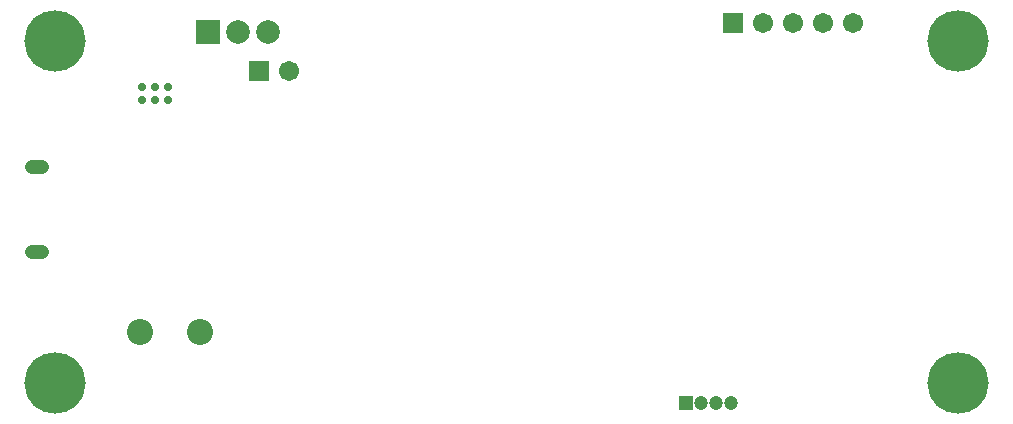
<source format=gbs>
G04*
G04 #@! TF.GenerationSoftware,Altium Limited,Altium Designer,20.2.4 (192)*
G04*
G04 Layer_Color=16711935*
%FSLAX44Y44*%
%MOMM*%
G71*
G04*
G04 #@! TF.SameCoordinates,B1776B65-D261-4C44-A5DE-40EC885F2A17*
G04*
G04*
G04 #@! TF.FilePolarity,Negative*
G04*
G01*
G75*
%ADD51R,1.2032X1.2032*%
%ADD52C,1.2032*%
%ADD53C,1.7032*%
%ADD54R,1.7032X1.7032*%
%ADD55O,2.0532X1.2532*%
%ADD56C,5.2000*%
%ADD57C,2.0032*%
%ADD58R,2.0032X2.0032*%
%ADD59C,2.2032*%
%ADD60C,0.7032*%
D51*
X564330Y13000D02*
D03*
D52*
X577030D02*
D03*
X589730D02*
D03*
X602430D02*
D03*
D53*
X705400Y335000D02*
D03*
X680000D02*
D03*
X654600D02*
D03*
X629200D02*
D03*
X228150Y294500D02*
D03*
D54*
X603800Y335000D02*
D03*
X202750Y294500D02*
D03*
D55*
X15000Y141250D02*
D03*
Y212750D02*
D03*
D56*
X795000Y30000D02*
D03*
Y320000D02*
D03*
X30000Y30000D02*
D03*
Y320000D02*
D03*
D57*
X210150Y327500D02*
D03*
X184750D02*
D03*
D58*
X159350D02*
D03*
D59*
X102500Y73500D02*
D03*
X152500D02*
D03*
D60*
X125750Y281000D02*
D03*
X114750D02*
D03*
X125750Y270000D02*
D03*
X114750D02*
D03*
X103750D02*
D03*
Y281000D02*
D03*
M02*

</source>
